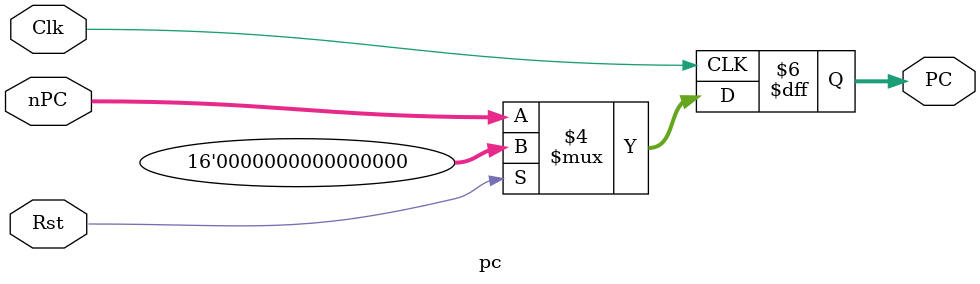
<source format=v>
`timescale 1ns / 1ps
module pc(
    input Clk,
    input Rst,
	 input [15:0] nPC,
    output reg [15:0] PC
    );
	initial PC <= 0; 
	always @(posedge Clk) begin
		if (Rst)
			PC <= 0;
		else PC <= nPC;
	end

endmodule

</source>
